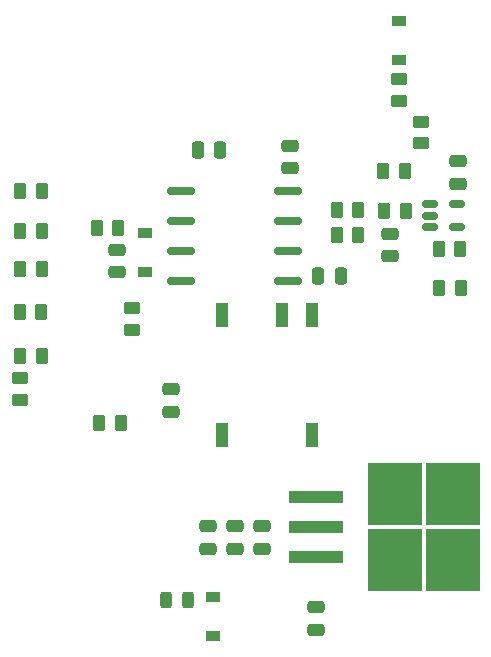
<source format=gbr>
%TF.GenerationSoftware,KiCad,Pcbnew,(6.0.0)*%
%TF.CreationDate,2023-03-29T21:01:20-06:00*%
%TF.ProjectId,isolated_voltage_and_current_sensor,69736f6c-6174-4656-945f-766f6c746167,1*%
%TF.SameCoordinates,Original*%
%TF.FileFunction,Paste,Top*%
%TF.FilePolarity,Positive*%
%FSLAX46Y46*%
G04 Gerber Fmt 4.6, Leading zero omitted, Abs format (unit mm)*
G04 Created by KiCad (PCBNEW (6.0.0)) date 2023-03-29 21:01:20*
%MOMM*%
%LPD*%
G01*
G04 APERTURE LIST*
G04 Aperture macros list*
%AMRoundRect*
0 Rectangle with rounded corners*
0 $1 Rounding radius*
0 $2 $3 $4 $5 $6 $7 $8 $9 X,Y pos of 4 corners*
0 Add a 4 corners polygon primitive as box body*
4,1,4,$2,$3,$4,$5,$6,$7,$8,$9,$2,$3,0*
0 Add four circle primitives for the rounded corners*
1,1,$1+$1,$2,$3*
1,1,$1+$1,$4,$5*
1,1,$1+$1,$6,$7*
1,1,$1+$1,$8,$9*
0 Add four rect primitives between the rounded corners*
20,1,$1+$1,$2,$3,$4,$5,0*
20,1,$1+$1,$4,$5,$6,$7,0*
20,1,$1+$1,$6,$7,$8,$9,0*
20,1,$1+$1,$8,$9,$2,$3,0*%
G04 Aperture macros list end*
%ADD10RoundRect,0.250000X0.450000X-0.262500X0.450000X0.262500X-0.450000X0.262500X-0.450000X-0.262500X0*%
%ADD11RoundRect,0.250000X0.262500X0.450000X-0.262500X0.450000X-0.262500X-0.450000X0.262500X-0.450000X0*%
%ADD12RoundRect,0.250000X-0.475000X0.250000X-0.475000X-0.250000X0.475000X-0.250000X0.475000X0.250000X0*%
%ADD13R,4.550000X5.250000*%
%ADD14R,4.600000X1.100000*%
%ADD15R,1.200000X0.900000*%
%ADD16RoundRect,0.250000X-0.262500X-0.450000X0.262500X-0.450000X0.262500X0.450000X-0.262500X0.450000X0*%
%ADD17RoundRect,0.150000X-0.512500X-0.150000X0.512500X-0.150000X0.512500X0.150000X-0.512500X0.150000X0*%
%ADD18RoundRect,0.162500X-1.012500X-0.162500X1.012500X-0.162500X1.012500X0.162500X-1.012500X0.162500X0*%
%ADD19RoundRect,0.250000X0.475000X-0.250000X0.475000X0.250000X-0.475000X0.250000X-0.475000X-0.250000X0*%
%ADD20RoundRect,0.250000X-0.250000X-0.475000X0.250000X-0.475000X0.250000X0.475000X-0.250000X0.475000X0*%
%ADD21R,1.000000X2.100000*%
%ADD22RoundRect,0.243750X-0.243750X-0.456250X0.243750X-0.456250X0.243750X0.456250X-0.243750X0.456250X0*%
%ADD23RoundRect,0.250000X-0.450000X0.262500X-0.450000X-0.262500X0.450000X-0.262500X0.450000X0.262500X0*%
G04 APERTURE END LIST*
D10*
%TO.C,R9*%
X152500000Y-80112500D03*
X152500000Y-78287500D03*
%TD*%
D11*
%TO.C,R15*%
X120412500Y-84200000D03*
X118587500Y-84200000D03*
%TD*%
D12*
%TO.C,C5*%
X139100000Y-112560000D03*
X139100000Y-114460000D03*
%TD*%
D13*
%TO.C,U2*%
X155200000Y-115375000D03*
X150350000Y-115375000D03*
X150350000Y-109825000D03*
X155200000Y-109825000D03*
D14*
X143625000Y-110060000D03*
X143625000Y-112600000D03*
X143625000Y-115140000D03*
%TD*%
D15*
%TO.C,D2*%
X134900000Y-118550000D03*
X134900000Y-121850000D03*
%TD*%
D16*
%TO.C,R6*%
X154087500Y-92400000D03*
X155912500Y-92400000D03*
%TD*%
D12*
%TO.C,C3*%
X136800000Y-112560000D03*
X136800000Y-114460000D03*
%TD*%
D17*
%TO.C,U3*%
X153302500Y-85300000D03*
X153302500Y-86250000D03*
X153302500Y-87200000D03*
X155577500Y-87200000D03*
X155577500Y-85300000D03*
%TD*%
D18*
%TO.C,U1*%
X132225000Y-84190000D03*
X132225000Y-86730000D03*
X132225000Y-89270000D03*
X132225000Y-91810000D03*
X141275000Y-91810000D03*
X141275000Y-89270000D03*
X141275000Y-86730000D03*
X141275000Y-84190000D03*
%TD*%
D19*
%TO.C,C6*%
X141400000Y-82250000D03*
X141400000Y-80350000D03*
%TD*%
D20*
%TO.C,C4*%
X133650000Y-80700000D03*
X135550000Y-80700000D03*
%TD*%
%TO.C,C9*%
X143850000Y-91400000D03*
X145750000Y-91400000D03*
%TD*%
D19*
%TO.C,C10*%
X155700000Y-83550000D03*
X155700000Y-81650000D03*
%TD*%
D12*
%TO.C,C8*%
X149900000Y-87800000D03*
X149900000Y-89700000D03*
%TD*%
D16*
%TO.C,R16*%
X118587500Y-87562500D03*
X120412500Y-87562500D03*
%TD*%
%TO.C,R14*%
X118562500Y-94450000D03*
X120387500Y-94450000D03*
%TD*%
D21*
%TO.C,PS1*%
X143310000Y-94700000D03*
X140770000Y-94700000D03*
X135690000Y-94700000D03*
X135690000Y-104800000D03*
X143310000Y-104800000D03*
%TD*%
D16*
%TO.C,R5*%
X149427500Y-85890000D03*
X151252500Y-85890000D03*
%TD*%
D11*
%TO.C,R7*%
X151162500Y-82500000D03*
X149337500Y-82500000D03*
%TD*%
D16*
%TO.C,R17*%
X125287500Y-103800000D03*
X127112500Y-103800000D03*
%TD*%
D11*
%TO.C,R8*%
X155852500Y-89090000D03*
X154027500Y-89090000D03*
%TD*%
D15*
%TO.C,D3*%
X150700000Y-73090000D03*
X150700000Y-69790000D03*
%TD*%
D16*
%TO.C,R4*%
X145375000Y-85800000D03*
X147200000Y-85800000D03*
%TD*%
%TO.C,R10*%
X125087500Y-87300000D03*
X126912500Y-87300000D03*
%TD*%
D10*
%TO.C,R12*%
X150700000Y-76512500D03*
X150700000Y-74687500D03*
%TD*%
D16*
%TO.C,R3*%
X145375000Y-87900000D03*
X147200000Y-87900000D03*
%TD*%
D12*
%TO.C,C2*%
X134500000Y-112560000D03*
X134500000Y-114460000D03*
%TD*%
%TO.C,C1*%
X126800000Y-89150000D03*
X126800000Y-91050000D03*
%TD*%
D22*
%TO.C,F1*%
X130962500Y-118800000D03*
X132837500Y-118800000D03*
%TD*%
D15*
%TO.C,D1*%
X129200000Y-87750000D03*
X129200000Y-91050000D03*
%TD*%
D11*
%TO.C,R1*%
X120400000Y-98100000D03*
X118575000Y-98100000D03*
%TD*%
D10*
%TO.C,R11*%
X128100000Y-95912500D03*
X128100000Y-94087500D03*
%TD*%
D23*
%TO.C,R2*%
X118575000Y-100037500D03*
X118575000Y-101862500D03*
%TD*%
D19*
%TO.C,C11*%
X131400000Y-102850000D03*
X131400000Y-100950000D03*
%TD*%
D12*
%TO.C,C7*%
X143600000Y-119400000D03*
X143600000Y-121300000D03*
%TD*%
D11*
%TO.C,R13*%
X120400000Y-90800000D03*
X118575000Y-90800000D03*
%TD*%
M02*

</source>
